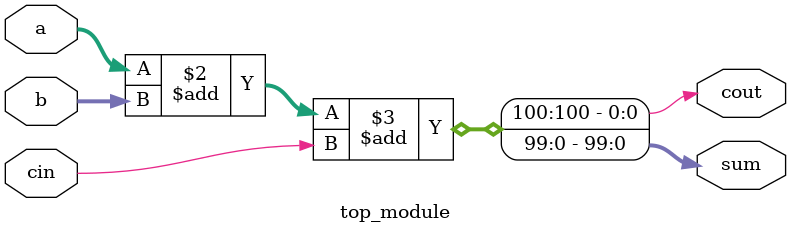
<source format=v>
module top_module( 
    input [99:0] a, b,
    input cin,
    output cout,
    output [99:0] sum );
	
	always@(*)begin
		{cout,sum} = a + b + cin;
	end

endmodule
</source>
